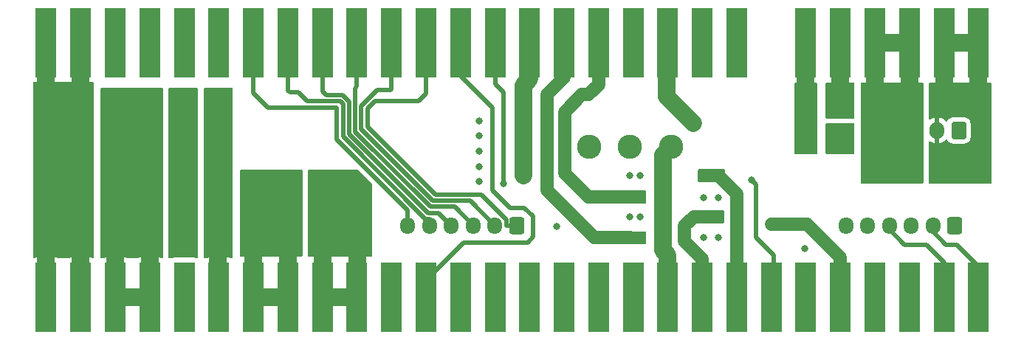
<source format=gtl>
G04 #@! TF.GenerationSoftware,KiCad,Pcbnew,(6.0.0)*
G04 #@! TF.CreationDate,2022-01-22T13:38:31+01:00*
G04 #@! TF.ProjectId,jamma_mahjong,6a616d6d-615f-46d6-9168-6a6f6e672e6b,rev?*
G04 #@! TF.SameCoordinates,Original*
G04 #@! TF.FileFunction,Copper,L1,Top*
G04 #@! TF.FilePolarity,Positive*
%FSLAX46Y46*%
G04 Gerber Fmt 4.6, Leading zero omitted, Abs format (unit mm)*
G04 Created by KiCad (PCBNEW (6.0.0)) date 2022-01-22 13:38:31*
%MOMM*%
%LPD*%
G01*
G04 APERTURE LIST*
G04 Aperture macros list*
%AMRoundRect*
0 Rectangle with rounded corners*
0 $1 Rounding radius*
0 $2 $3 $4 $5 $6 $7 $8 $9 X,Y pos of 4 corners*
0 Add a 4 corners polygon primitive as box body*
4,1,4,$2,$3,$4,$5,$6,$7,$8,$9,$2,$3,0*
0 Add four circle primitives for the rounded corners*
1,1,$1+$1,$2,$3*
1,1,$1+$1,$4,$5*
1,1,$1+$1,$6,$7*
1,1,$1+$1,$8,$9*
0 Add four rect primitives between the rounded corners*
20,1,$1+$1,$2,$3,$4,$5,0*
20,1,$1+$1,$4,$5,$6,$7,0*
20,1,$1+$1,$6,$7,$8,$9,0*
20,1,$1+$1,$8,$9,$2,$3,0*%
G04 Aperture macros list end*
G04 #@! TA.AperFunction,SMDPad,CuDef*
%ADD10R,2.350000X8.000000*%
G04 #@! TD*
G04 #@! TA.AperFunction,ComponentPad*
%ADD11C,2.781000*%
G04 #@! TD*
G04 #@! TA.AperFunction,ComponentPad*
%ADD12RoundRect,0.250000X0.600000X0.725000X-0.600000X0.725000X-0.600000X-0.725000X0.600000X-0.725000X0*%
G04 #@! TD*
G04 #@! TA.AperFunction,ComponentPad*
%ADD13O,1.700000X1.950000*%
G04 #@! TD*
G04 #@! TA.AperFunction,ComponentPad*
%ADD14RoundRect,0.250000X0.600000X0.750000X-0.600000X0.750000X-0.600000X-0.750000X0.600000X-0.750000X0*%
G04 #@! TD*
G04 #@! TA.AperFunction,ComponentPad*
%ADD15O,1.700000X2.000000*%
G04 #@! TD*
G04 #@! TA.AperFunction,ViaPad*
%ADD16C,0.800000*%
G04 #@! TD*
G04 #@! TA.AperFunction,Conductor*
%ADD17C,2.000000*%
G04 #@! TD*
G04 #@! TA.AperFunction,Conductor*
%ADD18C,1.500000*%
G04 #@! TD*
G04 #@! TA.AperFunction,Conductor*
%ADD19C,0.500000*%
G04 #@! TD*
G04 APERTURE END LIST*
D10*
X229720000Y-52020000D03*
X229720000Y-52020000D03*
X225760000Y-52020000D03*
X225760000Y-52020000D03*
X221800000Y-52020000D03*
X221800000Y-52020000D03*
X217840000Y-52020000D03*
X217840000Y-52020000D03*
X213880000Y-52020000D03*
X213880000Y-52020000D03*
X209920000Y-52020000D03*
X209920000Y-52020000D03*
X202000000Y-52020000D03*
X202000000Y-52020000D03*
X198040000Y-52020000D03*
X198040000Y-52020000D03*
X194080000Y-52020000D03*
X194080000Y-52020000D03*
X190120000Y-52020000D03*
X190120000Y-52020000D03*
X186160000Y-52020000D03*
X186160000Y-52020000D03*
X182200000Y-52020000D03*
X182200000Y-52020000D03*
X178240000Y-52020000D03*
X178240000Y-52020000D03*
X174280000Y-52020000D03*
X174280000Y-52020000D03*
X170320000Y-52020000D03*
X170320000Y-52020000D03*
X166360000Y-52020000D03*
X166360000Y-52020000D03*
X162400000Y-52020000D03*
X162400000Y-52020000D03*
X158440000Y-52020000D03*
X158440000Y-52020000D03*
X154480000Y-52020000D03*
X154480000Y-52020000D03*
X150520000Y-52020000D03*
X150520000Y-52020000D03*
X146560000Y-52020000D03*
X146560000Y-52020000D03*
X142600000Y-52020000D03*
X142600000Y-52020000D03*
X138640000Y-52020000D03*
X138640000Y-52020000D03*
X134680000Y-52020000D03*
X134680000Y-52020000D03*
X130720000Y-52020000D03*
X130720000Y-52020000D03*
X126760000Y-52020000D03*
X126760000Y-52020000D03*
X122800000Y-52020000D03*
X122800000Y-52020000D03*
X229720000Y-81230000D03*
X229720000Y-81230000D03*
X225760000Y-81230000D03*
X225760000Y-81230000D03*
X221800000Y-81230000D03*
X221800000Y-81230000D03*
X217840000Y-81230000D03*
X217840000Y-81230000D03*
X213880000Y-81230000D03*
X213880000Y-81230000D03*
X209920000Y-81230000D03*
X209920000Y-81230000D03*
X205993160Y-81232540D03*
X202000000Y-81230000D03*
X202000000Y-81230000D03*
X198040000Y-81230000D03*
X198040000Y-81230000D03*
X194080000Y-81230000D03*
X194080000Y-81230000D03*
X190120000Y-81230000D03*
X190120000Y-81230000D03*
X186160000Y-81230000D03*
X186160000Y-81230000D03*
X182200000Y-81230000D03*
X182200000Y-81230000D03*
X178240000Y-81230000D03*
X178240000Y-81230000D03*
X174280000Y-81230000D03*
X174280000Y-81230000D03*
X170320000Y-81230000D03*
X170320000Y-81230000D03*
X166360000Y-81230000D03*
X166360000Y-81230000D03*
X162400000Y-81230000D03*
X162400000Y-81230000D03*
X158440000Y-81230000D03*
X158440000Y-81230000D03*
X154480000Y-81230000D03*
X154480000Y-81230000D03*
X150520000Y-81230000D03*
X150520000Y-81230000D03*
X146560000Y-81230000D03*
X146560000Y-81230000D03*
X142600000Y-81230000D03*
X142600000Y-81230000D03*
X138640000Y-81230000D03*
X138640000Y-81230000D03*
X134680000Y-81230000D03*
X134680000Y-81230000D03*
X130720000Y-81230000D03*
X130720000Y-81230000D03*
X126760000Y-81230000D03*
X126760000Y-81230000D03*
X122800000Y-81230000D03*
X122800000Y-81230000D03*
D11*
X194450000Y-64000000D03*
X189750000Y-64000000D03*
X185050000Y-64000000D03*
D12*
X227000000Y-73000000D03*
D13*
X224500000Y-73000000D03*
X222000000Y-73000000D03*
X219500000Y-73000000D03*
X217000000Y-73000000D03*
X214500000Y-73000000D03*
D12*
X176750000Y-73000000D03*
D13*
X174250000Y-73000000D03*
X171750000Y-73000000D03*
X169250000Y-73000000D03*
X166750000Y-73000000D03*
X164250000Y-73000000D03*
D14*
X227450000Y-62100000D03*
D15*
X224950000Y-62100000D03*
D16*
X209250000Y-61900000D03*
X142494000Y-75946000D03*
X142500000Y-58900000D03*
X142500000Y-60100000D03*
X142500000Y-57700000D03*
X209250000Y-64300000D03*
X209920000Y-57130000D03*
X209250000Y-63100000D03*
X210650000Y-64300000D03*
X142494000Y-74930000D03*
X122800000Y-57200000D03*
X158500000Y-76000000D03*
X126760000Y-57240000D03*
X126800000Y-58800000D03*
X154500000Y-76000000D03*
X225800000Y-59000000D03*
X122800000Y-58800000D03*
X225760000Y-57600000D03*
X156600000Y-76000000D03*
X122800000Y-75800000D03*
X177500000Y-66000000D03*
X229750000Y-59000000D03*
X156600000Y-75000000D03*
X122800000Y-74200000D03*
X206248000Y-72898000D03*
X207264000Y-72898000D03*
X177500000Y-67250000D03*
X154500000Y-75000000D03*
X227600000Y-59000000D03*
X158500000Y-75000000D03*
X126800000Y-74200000D03*
X229720000Y-57600000D03*
X227600000Y-57600000D03*
X126750000Y-75750000D03*
X219800000Y-57600000D03*
X134500000Y-74500000D03*
X130750000Y-75750000D03*
X130750000Y-74500000D03*
X150500000Y-76000000D03*
X150500000Y-75000000D03*
X132600000Y-75800000D03*
X132600000Y-74400000D03*
X217840000Y-57660000D03*
X148400000Y-76000000D03*
X130200000Y-58400000D03*
X221800000Y-57600000D03*
X132600000Y-58400000D03*
X134680000Y-75820000D03*
X146500000Y-75000000D03*
X148400000Y-75000000D03*
X146500000Y-76000000D03*
X221800000Y-59000000D03*
X219800000Y-59000000D03*
X217800000Y-59000000D03*
X135000000Y-58400000D03*
X214950000Y-58900000D03*
X214950000Y-57650000D03*
X214950000Y-60200000D03*
X199900000Y-74422000D03*
X190950000Y-74422000D03*
X198200000Y-74422000D03*
X189738000Y-74422000D03*
X197000000Y-61250000D03*
X175250000Y-68250000D03*
X203708000Y-67818000D03*
X190950000Y-69750000D03*
X189700000Y-69750000D03*
X198200000Y-69800000D03*
X199900000Y-69800000D03*
X199898000Y-67310000D03*
X190950000Y-67310000D03*
X189738000Y-67310000D03*
X198201018Y-67311018D03*
X172500000Y-62750000D03*
X172500000Y-66250000D03*
X198200000Y-72000000D03*
X199900000Y-72000000D03*
X190950000Y-72000000D03*
X189700000Y-72000000D03*
X209804000Y-75692000D03*
X181356000Y-73152000D03*
X172500000Y-68000000D03*
X172500000Y-64500000D03*
X172500000Y-61000000D03*
X138750000Y-58800000D03*
X214900000Y-64300000D03*
X212800000Y-61900000D03*
X214900000Y-61900000D03*
X138750000Y-57650000D03*
X138800000Y-60200000D03*
X212800000Y-64300000D03*
D17*
X209920000Y-52020000D02*
X209920000Y-57130000D01*
X209920000Y-57130000D02*
X209920000Y-57370000D01*
X142494000Y-74930000D02*
X142494000Y-81124000D01*
X142494000Y-81124000D02*
X142600000Y-81230000D01*
X158500000Y-76000000D02*
X158500000Y-81170000D01*
X229720000Y-52020000D02*
X229720000Y-57600000D01*
X126760000Y-81230000D02*
X126760000Y-75760000D01*
X158500000Y-75000000D02*
X158500000Y-76000000D01*
D18*
X210058000Y-72898000D02*
X207264000Y-72898000D01*
X213880000Y-76720000D02*
X210058000Y-72898000D01*
X207264000Y-72898000D02*
X205994000Y-72898000D01*
D17*
X225760000Y-52020000D02*
X225760000Y-57600000D01*
X177500000Y-66000000D02*
X177500000Y-56942000D01*
X178240000Y-56202000D02*
X178240000Y-52020000D01*
X229720000Y-52020000D02*
X225760000Y-52020000D01*
X126760000Y-52020000D02*
X126760000Y-57240000D01*
X122800000Y-52020000D02*
X122800000Y-57200000D01*
D18*
X213880000Y-81230000D02*
X213880000Y-76720000D01*
D17*
X126760000Y-75760000D02*
X126750000Y-75750000D01*
X158500000Y-81170000D02*
X158440000Y-81230000D01*
X154480000Y-75020000D02*
X154500000Y-75000000D01*
X122800000Y-81230000D02*
X122800000Y-75800000D01*
X154480000Y-81230000D02*
X158440000Y-81230000D01*
X177500000Y-67250000D02*
X177500000Y-66000000D01*
X177500000Y-56942000D02*
X178240000Y-56202000D01*
X126760000Y-57240000D02*
X126750000Y-57250000D01*
X154480000Y-81230000D02*
X154480000Y-75020000D01*
X150500000Y-75000000D02*
X150500000Y-76000000D01*
X150500000Y-76000000D02*
X150500000Y-81210000D01*
X146560000Y-81230000D02*
X146560000Y-75060000D01*
X134680000Y-75820000D02*
X134680000Y-74680000D01*
X150500000Y-81210000D02*
X150520000Y-81230000D01*
X134680000Y-74680000D02*
X134500000Y-74500000D01*
X221800000Y-59000000D02*
X221800000Y-52020000D01*
X130720000Y-81230000D02*
X130720000Y-74530000D01*
X134680000Y-81230000D02*
X134680000Y-75820000D01*
X146560000Y-75060000D02*
X146500000Y-75000000D01*
X221800000Y-52020000D02*
X217840000Y-52020000D01*
X130720000Y-81230000D02*
X134680000Y-81230000D01*
X150520000Y-81230000D02*
X146560000Y-81230000D01*
X130720000Y-74530000D02*
X130750000Y-74500000D01*
X217840000Y-58960000D02*
X217840000Y-52020000D01*
X213880000Y-52020000D02*
X213880000Y-57130000D01*
D18*
X189738000Y-74422000D02*
X185672000Y-74422000D01*
X182200000Y-56050000D02*
X182200000Y-52020000D01*
X185672000Y-74422000D02*
X180250000Y-69000000D01*
X180250000Y-58000000D02*
X182200000Y-56050000D01*
X180250000Y-69000000D02*
X180250000Y-58000000D01*
D17*
X197000000Y-61250000D02*
X194000000Y-58250000D01*
X194000000Y-58250000D02*
X194000000Y-52100000D01*
X194000000Y-52100000D02*
X194080000Y-52020000D01*
D19*
X175250000Y-68250000D02*
X175250000Y-57750000D01*
X206248000Y-76454000D02*
X206248000Y-80977700D01*
X206248000Y-80977700D02*
X205993160Y-81232540D01*
X204216000Y-68326000D02*
X204216000Y-74422000D01*
X203708000Y-67818000D02*
X204216000Y-68326000D01*
X174280000Y-56780000D02*
X174280000Y-52020000D01*
X175250000Y-57750000D02*
X174280000Y-56780000D01*
X204216000Y-74422000D02*
X206248000Y-76454000D01*
D18*
X186160000Y-56840000D02*
X186160000Y-52020000D01*
X184250000Y-58000000D02*
X185000000Y-58000000D01*
X185000000Y-58000000D02*
X186160000Y-56840000D01*
X189700000Y-69750000D02*
X185000000Y-69750000D01*
X182250000Y-67000000D02*
X182250000Y-60000000D01*
X185000000Y-69750000D02*
X182250000Y-67000000D01*
X182250000Y-60000000D02*
X184250000Y-58000000D01*
D19*
X166360000Y-79276242D02*
X166360000Y-81230000D01*
X177650000Y-71000000D02*
X178620000Y-71970000D01*
X174000000Y-69000000D02*
X176000000Y-71000000D01*
X176000000Y-71000000D02*
X177650000Y-71000000D01*
X178620000Y-74350000D02*
X178010000Y-74960000D01*
X178010000Y-74960000D02*
X170676242Y-74960000D01*
X170676242Y-74960000D02*
X166360000Y-79276242D01*
X170320000Y-52020000D02*
X170320000Y-55820000D01*
X170320000Y-55820000D02*
X174000000Y-59500000D01*
X178620000Y-71970000D02*
X178620000Y-74350000D01*
X174000000Y-59500000D02*
X174000000Y-69000000D01*
D18*
X202000000Y-69412000D02*
X202000000Y-81230000D01*
X199898000Y-67310000D02*
X202000000Y-69412000D01*
D19*
X226000000Y-75250000D02*
X224500000Y-73750000D01*
X224500000Y-73750000D02*
X224500000Y-73000000D01*
X229720000Y-77720000D02*
X227250000Y-75250000D01*
X229720000Y-81230000D02*
X229720000Y-77720000D01*
X227250000Y-75250000D02*
X226000000Y-75250000D01*
X221250000Y-75250000D02*
X219500000Y-73500000D01*
X223750000Y-75250000D02*
X221250000Y-75250000D01*
X225760000Y-77260000D02*
X223750000Y-75250000D01*
X225760000Y-81230000D02*
X225760000Y-77260000D01*
X219500000Y-73500000D02*
X219500000Y-73000000D01*
D18*
X196029520Y-73070480D02*
X196029520Y-74829520D01*
X198040000Y-76840000D02*
X198040000Y-81230000D01*
X198200000Y-72000000D02*
X197100000Y-72000000D01*
X196029520Y-74829520D02*
X198040000Y-76840000D01*
X197100000Y-72000000D02*
X196029520Y-73070480D01*
D19*
X158250000Y-62250000D02*
X166875960Y-70875960D01*
X166875960Y-70875960D02*
X169625960Y-70875960D01*
X158250000Y-57250000D02*
X158440000Y-57060000D01*
X158250000Y-57250000D02*
X158250000Y-62250000D01*
X158440000Y-57060000D02*
X158440000Y-52020000D01*
X169625960Y-70875960D02*
X171750000Y-73000000D01*
X156510730Y-58750000D02*
X152750000Y-58750000D01*
X166296459Y-72274999D02*
X156850960Y-62829500D01*
X166750000Y-73000000D02*
X166750000Y-72275000D01*
X166750000Y-72275000D02*
X166296459Y-72274999D01*
X152750000Y-58750000D02*
X151750000Y-57750000D01*
X151750000Y-57750000D02*
X150750000Y-57750000D01*
X150520000Y-57520000D02*
X150750000Y-57750000D01*
X156850960Y-62829500D02*
X156850960Y-59090230D01*
X150520000Y-52020000D02*
X150520000Y-57520000D01*
X156850960Y-59090230D02*
X156510730Y-58750000D01*
X166360000Y-57890000D02*
X166360000Y-52020000D01*
X172689718Y-69476920D02*
X167455460Y-69476920D01*
X159649040Y-59590230D02*
X160489270Y-58750000D01*
X165500000Y-58750000D02*
X166360000Y-57890000D01*
X159649040Y-61670500D02*
X159649040Y-59590230D01*
X175549520Y-73000000D02*
X175549520Y-72336722D01*
X160489270Y-58750000D02*
X165500000Y-58750000D01*
X167455460Y-69476920D02*
X159649040Y-61670500D01*
X175549520Y-72336722D02*
X172689718Y-69476920D01*
X176750000Y-73000000D02*
X175549520Y-73000000D01*
X156151440Y-59500000D02*
X148250000Y-59500000D01*
X164250000Y-73000000D02*
X164250000Y-71250000D01*
X164250000Y-71250000D02*
X156151440Y-63151440D01*
X148250000Y-59500000D02*
X146560000Y-57810000D01*
X146560000Y-57810000D02*
X146560000Y-52020000D01*
X156151440Y-63151440D02*
X156151440Y-59500000D01*
X162250000Y-57500000D02*
X162400000Y-57350000D01*
X167165710Y-70176440D02*
X171426440Y-70176440D01*
X160750000Y-57500000D02*
X158949520Y-59300480D01*
X158949520Y-61960250D02*
X167165710Y-70176440D01*
X158949520Y-59300480D02*
X158949520Y-61960250D01*
X171426440Y-70176440D02*
X174250000Y-73000000D01*
X162400000Y-57350000D02*
X162400000Y-52020000D01*
X162250000Y-57500000D02*
X160750000Y-57500000D01*
X154480000Y-57630000D02*
X154900480Y-58050480D01*
X157550479Y-58800479D02*
X157550480Y-62539750D01*
X157550480Y-62539750D02*
X166586210Y-71575480D01*
X154480000Y-52020000D02*
X154480000Y-57630000D01*
X166586210Y-71575480D02*
X167825480Y-71575480D01*
X167825480Y-71575480D02*
X169250000Y-73000000D01*
X154900480Y-58050480D02*
X156800481Y-58050481D01*
X156800481Y-58050481D02*
X157550479Y-58800479D01*
D17*
X194080000Y-76430000D02*
X193500000Y-75850000D01*
X193500000Y-64950000D02*
X194450000Y-64000000D01*
X193500000Y-75850000D02*
X193500000Y-64950000D01*
X194080000Y-81230000D02*
X194080000Y-76430000D01*
G04 #@! TA.AperFunction,Conductor*
G36*
X211192121Y-56620002D02*
G01*
X211238614Y-56673658D01*
X211250000Y-56726000D01*
X211250000Y-64724000D01*
X211229998Y-64792121D01*
X211176342Y-64838614D01*
X211124000Y-64850000D01*
X208726000Y-64850000D01*
X208657879Y-64829998D01*
X208611386Y-64776342D01*
X208600000Y-64724000D01*
X208600000Y-56726000D01*
X208620002Y-56657879D01*
X208673658Y-56611386D01*
X208726000Y-56600000D01*
X211124000Y-56600000D01*
X211192121Y-56620002D01*
G37*
G04 #@! TD.AperFunction*
G04 #@! TA.AperFunction,Conductor*
G36*
X231142121Y-56620002D02*
G01*
X231188614Y-56673658D01*
X231200000Y-56726000D01*
X231200000Y-68074000D01*
X231179998Y-68142121D01*
X231126342Y-68188614D01*
X231074000Y-68200000D01*
X224126000Y-68200000D01*
X224057879Y-68179998D01*
X224011386Y-68126342D01*
X224000000Y-68074000D01*
X224000000Y-63486653D01*
X224020002Y-63418532D01*
X224073658Y-63372039D01*
X224143932Y-63361935D01*
X224201214Y-63385564D01*
X224227531Y-63405145D01*
X224236562Y-63410745D01*
X224432484Y-63510357D01*
X224442335Y-63514357D01*
X224652240Y-63579534D01*
X224662624Y-63581817D01*
X224678043Y-63583861D01*
X224692207Y-63581665D01*
X224696000Y-63568478D01*
X224696000Y-63566192D01*
X225204000Y-63566192D01*
X225207973Y-63579723D01*
X225218580Y-63581248D01*
X225336421Y-63556523D01*
X225346617Y-63553463D01*
X225551029Y-63472737D01*
X225560561Y-63468006D01*
X225748462Y-63353984D01*
X225757052Y-63347720D01*
X225923052Y-63203673D01*
X225930470Y-63196044D01*
X225956391Y-63164431D01*
X226015051Y-63124436D01*
X226086021Y-63122504D01*
X226146770Y-63159248D01*
X226160969Y-63178017D01*
X226251522Y-63324348D01*
X226376697Y-63449305D01*
X226382927Y-63453145D01*
X226382928Y-63453146D01*
X226520090Y-63537694D01*
X226527262Y-63542115D01*
X226570701Y-63556523D01*
X226688611Y-63595632D01*
X226688613Y-63595632D01*
X226695139Y-63597797D01*
X226701975Y-63598497D01*
X226701978Y-63598498D01*
X226745031Y-63602909D01*
X226799600Y-63608500D01*
X228100400Y-63608500D01*
X228103646Y-63608163D01*
X228103650Y-63608163D01*
X228199308Y-63598238D01*
X228199312Y-63598237D01*
X228206166Y-63597526D01*
X228212702Y-63595345D01*
X228212704Y-63595345D01*
X228344806Y-63551272D01*
X228373946Y-63541550D01*
X228524348Y-63448478D01*
X228649305Y-63323303D01*
X228653146Y-63317072D01*
X228738275Y-63178968D01*
X228738276Y-63178966D01*
X228742115Y-63172738D01*
X228797797Y-63004861D01*
X228808500Y-62900400D01*
X228808500Y-61299600D01*
X228797526Y-61193834D01*
X228741550Y-61026054D01*
X228648478Y-60875652D01*
X228523303Y-60750695D01*
X228492965Y-60731994D01*
X228378968Y-60661725D01*
X228378966Y-60661724D01*
X228372738Y-60657885D01*
X228253498Y-60618335D01*
X228211389Y-60604368D01*
X228211387Y-60604368D01*
X228204861Y-60602203D01*
X228198025Y-60601503D01*
X228198022Y-60601502D01*
X228154969Y-60597091D01*
X228100400Y-60591500D01*
X226799600Y-60591500D01*
X226796354Y-60591837D01*
X226796350Y-60591837D01*
X226700692Y-60601762D01*
X226700688Y-60601763D01*
X226693834Y-60602474D01*
X226687298Y-60604655D01*
X226687296Y-60604655D01*
X226555194Y-60648728D01*
X226526054Y-60658450D01*
X226375652Y-60751522D01*
X226250695Y-60876697D01*
X226246855Y-60882927D01*
X226246854Y-60882928D01*
X226160648Y-61022780D01*
X226107876Y-61070273D01*
X226037804Y-61081697D01*
X225972680Y-61053423D01*
X225962218Y-61043636D01*
X225856766Y-60933094D01*
X225848814Y-60926059D01*
X225672475Y-60794859D01*
X225663438Y-60789255D01*
X225467516Y-60689643D01*
X225457665Y-60685643D01*
X225247760Y-60620466D01*
X225237376Y-60618183D01*
X225221957Y-60616139D01*
X225207793Y-60618335D01*
X225204000Y-60631522D01*
X225204000Y-63566192D01*
X224696000Y-63566192D01*
X224696000Y-60633808D01*
X224692027Y-60620277D01*
X224681420Y-60618752D01*
X224563579Y-60643477D01*
X224553383Y-60646537D01*
X224348971Y-60727263D01*
X224339439Y-60731994D01*
X224191366Y-60821847D01*
X224122752Y-60840086D01*
X224055169Y-60818335D01*
X224010075Y-60763498D01*
X224000000Y-60714128D01*
X224000000Y-56726000D01*
X224020002Y-56657879D01*
X224073658Y-56611386D01*
X224126000Y-56600000D01*
X231074000Y-56600000D01*
X231142121Y-56620002D01*
G37*
G04 #@! TD.AperFunction*
G04 #@! TA.AperFunction,Conductor*
G36*
X152142121Y-66620002D02*
G01*
X152188614Y-66673658D01*
X152200000Y-66726000D01*
X152200000Y-76474000D01*
X152179998Y-76542121D01*
X152126342Y-76588614D01*
X152074000Y-76600000D01*
X145126000Y-76600000D01*
X145057879Y-76579998D01*
X145011386Y-76526342D01*
X145000000Y-76474000D01*
X145000000Y-66726000D01*
X145020002Y-66657879D01*
X145073658Y-66611386D01*
X145126000Y-66600000D01*
X152074000Y-66600000D01*
X152142121Y-66620002D01*
G37*
G04 #@! TD.AperFunction*
G04 #@! TA.AperFunction,Conductor*
G36*
X191542121Y-69020002D02*
G01*
X191588614Y-69073658D01*
X191600000Y-69126000D01*
X191600000Y-70374000D01*
X191579998Y-70442121D01*
X191526342Y-70488614D01*
X191474000Y-70500000D01*
X188376000Y-70500000D01*
X188307879Y-70479998D01*
X188261386Y-70426342D01*
X188250000Y-70374000D01*
X188250000Y-69126000D01*
X188270002Y-69057879D01*
X188323658Y-69011386D01*
X188376000Y-69000000D01*
X191474000Y-69000000D01*
X191542121Y-69020002D01*
G37*
G04 #@! TD.AperFunction*
G04 #@! TA.AperFunction,Conductor*
G36*
X191542121Y-73704002D02*
G01*
X191588614Y-73757658D01*
X191600000Y-73810000D01*
X191600000Y-75058000D01*
X191579998Y-75126121D01*
X191526342Y-75172614D01*
X191474000Y-75184000D01*
X188376000Y-75184000D01*
X188307879Y-75163998D01*
X188261386Y-75110342D01*
X188250000Y-75058000D01*
X188250000Y-73810000D01*
X188270002Y-73741879D01*
X188323658Y-73695386D01*
X188376000Y-73684000D01*
X191474000Y-73684000D01*
X191542121Y-73704002D01*
G37*
G04 #@! TD.AperFunction*
G04 #@! TA.AperFunction,Conductor*
G36*
X121479492Y-56508018D02*
G01*
X121507395Y-56518478D01*
X121522649Y-56522105D01*
X121573514Y-56527631D01*
X121580328Y-56528000D01*
X122527885Y-56528000D01*
X122543124Y-56523525D01*
X122544329Y-56522135D01*
X122546000Y-56514452D01*
X122546000Y-56500000D01*
X123054000Y-56500000D01*
X123054000Y-56509884D01*
X123058475Y-56525123D01*
X123059865Y-56526328D01*
X123067548Y-56527999D01*
X124019669Y-56527999D01*
X124026490Y-56527629D01*
X124077352Y-56522105D01*
X124092603Y-56518479D01*
X124120508Y-56508018D01*
X124164738Y-56500000D01*
X125395262Y-56500000D01*
X125439492Y-56508018D01*
X125467395Y-56518478D01*
X125482649Y-56522105D01*
X125533514Y-56527631D01*
X125540328Y-56528000D01*
X126487885Y-56528000D01*
X126503124Y-56523525D01*
X126504329Y-56522135D01*
X126506000Y-56514452D01*
X126506000Y-56500000D01*
X127014000Y-56500000D01*
X127014000Y-56509884D01*
X127018475Y-56525123D01*
X127019865Y-56526328D01*
X127027548Y-56527999D01*
X127979669Y-56527999D01*
X127986490Y-56527629D01*
X128037352Y-56522105D01*
X128052607Y-56518478D01*
X128079771Y-56508295D01*
X128150578Y-56503112D01*
X128212947Y-56537033D01*
X128247076Y-56599289D01*
X128250000Y-56626277D01*
X128250000Y-76623723D01*
X128229998Y-76691844D01*
X128176342Y-76738337D01*
X128106068Y-76748441D01*
X128079771Y-76741705D01*
X128052609Y-76731522D01*
X128037351Y-76727895D01*
X127986486Y-76722369D01*
X127979672Y-76722000D01*
X127032115Y-76722000D01*
X127016876Y-76726475D01*
X127015671Y-76727865D01*
X127014000Y-76735548D01*
X127014000Y-76750000D01*
X126506000Y-76750000D01*
X126506000Y-76740116D01*
X126501525Y-76724877D01*
X126500135Y-76723672D01*
X126492452Y-76722001D01*
X125540331Y-76722001D01*
X125533510Y-76722371D01*
X125482648Y-76727895D01*
X125467397Y-76731521D01*
X125439492Y-76741982D01*
X125395262Y-76750000D01*
X124164738Y-76750000D01*
X124120508Y-76741982D01*
X124092605Y-76731522D01*
X124077351Y-76727895D01*
X124026486Y-76722369D01*
X124019672Y-76722000D01*
X123072115Y-76722000D01*
X123056876Y-76726475D01*
X123055671Y-76727865D01*
X123054000Y-76735548D01*
X123054000Y-76750000D01*
X122546000Y-76750000D01*
X122546000Y-76740116D01*
X122541525Y-76724877D01*
X122540135Y-76723672D01*
X122532452Y-76722001D01*
X121580331Y-76722001D01*
X121573510Y-76722371D01*
X121522648Y-76727895D01*
X121507397Y-76731521D01*
X121479492Y-76741982D01*
X121435262Y-76750000D01*
X121434000Y-76750000D01*
X121365879Y-76729998D01*
X121319386Y-76676342D01*
X121308000Y-76624000D01*
X121308000Y-56626000D01*
X121328002Y-56557879D01*
X121381658Y-56511386D01*
X121434000Y-56500000D01*
X121435262Y-56500000D01*
X121479492Y-56508018D01*
G37*
G04 #@! TD.AperFunction*
G04 #@! TA.AperFunction,Conductor*
G36*
X215442121Y-56620002D02*
G01*
X215488614Y-56673658D01*
X215500000Y-56726000D01*
X215500000Y-60616000D01*
X215479998Y-60684121D01*
X215426342Y-60730614D01*
X215374000Y-60742000D01*
X212326000Y-60742000D01*
X212257879Y-60721998D01*
X212211386Y-60668342D01*
X212200000Y-60616000D01*
X212200000Y-56726000D01*
X212220002Y-56657879D01*
X212273658Y-56611386D01*
X212326000Y-56600000D01*
X215374000Y-56600000D01*
X215442121Y-56620002D01*
G37*
G04 #@! TD.AperFunction*
G04 #@! TA.AperFunction,Conductor*
G36*
X200492121Y-71270002D02*
G01*
X200538614Y-71323658D01*
X200550000Y-71376000D01*
X200550000Y-72624000D01*
X200529998Y-72692121D01*
X200476342Y-72738614D01*
X200424000Y-72750000D01*
X197576000Y-72750000D01*
X197507879Y-72729998D01*
X197461386Y-72676342D01*
X197450000Y-72624000D01*
X197450000Y-71376000D01*
X197470002Y-71307879D01*
X197523658Y-71261386D01*
X197576000Y-71250000D01*
X200424000Y-71250000D01*
X200492121Y-71270002D01*
G37*
G04 #@! TD.AperFunction*
G04 #@! TA.AperFunction,Conductor*
G36*
X136142121Y-57220002D02*
G01*
X136188614Y-57273658D01*
X136200000Y-57326000D01*
X136200000Y-76634970D01*
X136179998Y-76703091D01*
X136126342Y-76749584D01*
X136056068Y-76759688D01*
X136029770Y-76752952D01*
X135972605Y-76731522D01*
X135957351Y-76727895D01*
X135906486Y-76722369D01*
X135899672Y-76722000D01*
X134952115Y-76722000D01*
X134936876Y-76726475D01*
X134935671Y-76727865D01*
X134934000Y-76735548D01*
X134934000Y-76800000D01*
X134426000Y-76800000D01*
X134426000Y-76740116D01*
X134421525Y-76724877D01*
X134420135Y-76723672D01*
X134412452Y-76722001D01*
X133460331Y-76722001D01*
X133453510Y-76722371D01*
X133402648Y-76727895D01*
X133387396Y-76731521D01*
X133266944Y-76776677D01*
X133252616Y-76784521D01*
X133192108Y-76800000D01*
X132207892Y-76800000D01*
X132147384Y-76784521D01*
X132133056Y-76776677D01*
X132012606Y-76731522D01*
X131997351Y-76727895D01*
X131946486Y-76722369D01*
X131939672Y-76722000D01*
X130992115Y-76722000D01*
X130976876Y-76726475D01*
X130975671Y-76727865D01*
X130974000Y-76735548D01*
X130974000Y-76800000D01*
X130466000Y-76800000D01*
X130466000Y-76740116D01*
X130461525Y-76724877D01*
X130460135Y-76723672D01*
X130452452Y-76722001D01*
X129500331Y-76722001D01*
X129493510Y-76722371D01*
X129442648Y-76727895D01*
X129427396Y-76731521D01*
X129306944Y-76776677D01*
X129292616Y-76784521D01*
X129232108Y-76800000D01*
X129126000Y-76800000D01*
X129057879Y-76779998D01*
X129011386Y-76726342D01*
X129000000Y-76674000D01*
X129000000Y-57326000D01*
X129020002Y-57257879D01*
X129073658Y-57211386D01*
X129126000Y-57200000D01*
X136074000Y-57200000D01*
X136142121Y-57220002D01*
G37*
G04 #@! TD.AperFunction*
G04 #@! TA.AperFunction,Conductor*
G36*
X144142121Y-57220002D02*
G01*
X144188614Y-57273658D01*
X144200000Y-57326000D01*
X144200000Y-76666395D01*
X144179998Y-76734516D01*
X144126342Y-76781009D01*
X144056068Y-76791113D01*
X144021547Y-76779601D01*
X144021462Y-76779828D01*
X144015291Y-76777515D01*
X144013487Y-76776913D01*
X144013054Y-76776676D01*
X143892606Y-76731522D01*
X143877351Y-76727895D01*
X143826486Y-76722369D01*
X143819672Y-76722000D01*
X142872115Y-76722000D01*
X142856876Y-76726475D01*
X142855671Y-76727865D01*
X142854000Y-76735548D01*
X142854000Y-76800000D01*
X142346000Y-76800000D01*
X142346000Y-76740116D01*
X142341525Y-76724877D01*
X142340135Y-76723672D01*
X142332452Y-76722001D01*
X141380331Y-76722001D01*
X141373510Y-76722371D01*
X141322648Y-76727895D01*
X141307396Y-76731521D01*
X141186944Y-76776677D01*
X141172616Y-76784521D01*
X141112108Y-76800000D01*
X141026000Y-76800000D01*
X140957879Y-76779998D01*
X140911386Y-76726342D01*
X140900000Y-76674000D01*
X140900000Y-57326000D01*
X140920002Y-57257879D01*
X140973658Y-57211386D01*
X141026000Y-57200000D01*
X144074000Y-57200000D01*
X144142121Y-57220002D01*
G37*
G04 #@! TD.AperFunction*
G04 #@! TA.AperFunction,Conductor*
G36*
X200602121Y-66568002D02*
G01*
X200648614Y-66621658D01*
X200660000Y-66674000D01*
X200660000Y-67922000D01*
X200639998Y-67990121D01*
X200586342Y-68036614D01*
X200534000Y-68048000D01*
X197686000Y-68048000D01*
X197617879Y-68027998D01*
X197571386Y-67974342D01*
X197560000Y-67922000D01*
X197560000Y-66674000D01*
X197580002Y-66605879D01*
X197633658Y-66559386D01*
X197686000Y-66548000D01*
X200534000Y-66548000D01*
X200602121Y-66568002D01*
G37*
G04 #@! TD.AperFunction*
G04 #@! TA.AperFunction,Conductor*
G36*
X140142121Y-57220002D02*
G01*
X140188614Y-57273658D01*
X140200000Y-57326000D01*
X140200000Y-76649431D01*
X140179998Y-76717552D01*
X140126342Y-76764045D01*
X140056068Y-76774149D01*
X140029771Y-76767413D01*
X139932718Y-76731029D01*
X139932712Y-76731027D01*
X139925316Y-76728255D01*
X139863134Y-76721500D01*
X137416866Y-76721500D01*
X137354684Y-76728255D01*
X137218295Y-76779385D01*
X137211379Y-76784568D01*
X137151056Y-76800000D01*
X136926000Y-76800000D01*
X136857879Y-76779998D01*
X136811386Y-76726342D01*
X136800000Y-76674000D01*
X136800000Y-57326000D01*
X136820002Y-57257879D01*
X136873658Y-57211386D01*
X136926000Y-57200000D01*
X140074000Y-57200000D01*
X140142121Y-57220002D01*
G37*
G04 #@! TD.AperFunction*
G04 #@! TA.AperFunction,Conductor*
G36*
X158543250Y-66620002D02*
G01*
X158564224Y-66636905D01*
X160163095Y-68235776D01*
X160197121Y-68298088D01*
X160200000Y-68324871D01*
X160200000Y-76474000D01*
X160179998Y-76542121D01*
X160126342Y-76588614D01*
X160074000Y-76600000D01*
X152926000Y-76600000D01*
X152857879Y-76579998D01*
X152811386Y-76526342D01*
X152800000Y-76474000D01*
X152800000Y-66726000D01*
X152820002Y-66657879D01*
X152873658Y-66611386D01*
X152926000Y-66600000D01*
X158475129Y-66600000D01*
X158543250Y-66620002D01*
G37*
G04 #@! TD.AperFunction*
G04 #@! TA.AperFunction,Conductor*
G36*
X215442121Y-61270002D02*
G01*
X215488614Y-61323658D01*
X215500000Y-61376000D01*
X215500000Y-64724000D01*
X215479998Y-64792121D01*
X215426342Y-64838614D01*
X215374000Y-64850000D01*
X212326000Y-64850000D01*
X212257879Y-64829998D01*
X212211386Y-64776342D01*
X212200000Y-64724000D01*
X212200000Y-61376000D01*
X212220002Y-61307879D01*
X212273658Y-61261386D01*
X212326000Y-61250000D01*
X215374000Y-61250000D01*
X215442121Y-61270002D01*
G37*
G04 #@! TD.AperFunction*
G04 #@! TA.AperFunction,Conductor*
G36*
X223342121Y-56620002D02*
G01*
X223388614Y-56673658D01*
X223400000Y-56726000D01*
X223400000Y-68074000D01*
X223379998Y-68142121D01*
X223326342Y-68188614D01*
X223274000Y-68200000D01*
X216326000Y-68200000D01*
X216257879Y-68179998D01*
X216211386Y-68126342D01*
X216200000Y-68074000D01*
X216200000Y-56726000D01*
X216220002Y-56657879D01*
X216273658Y-56611386D01*
X216326000Y-56600000D01*
X223274000Y-56600000D01*
X223342121Y-56620002D01*
G37*
G04 #@! TD.AperFunction*
M02*

</source>
